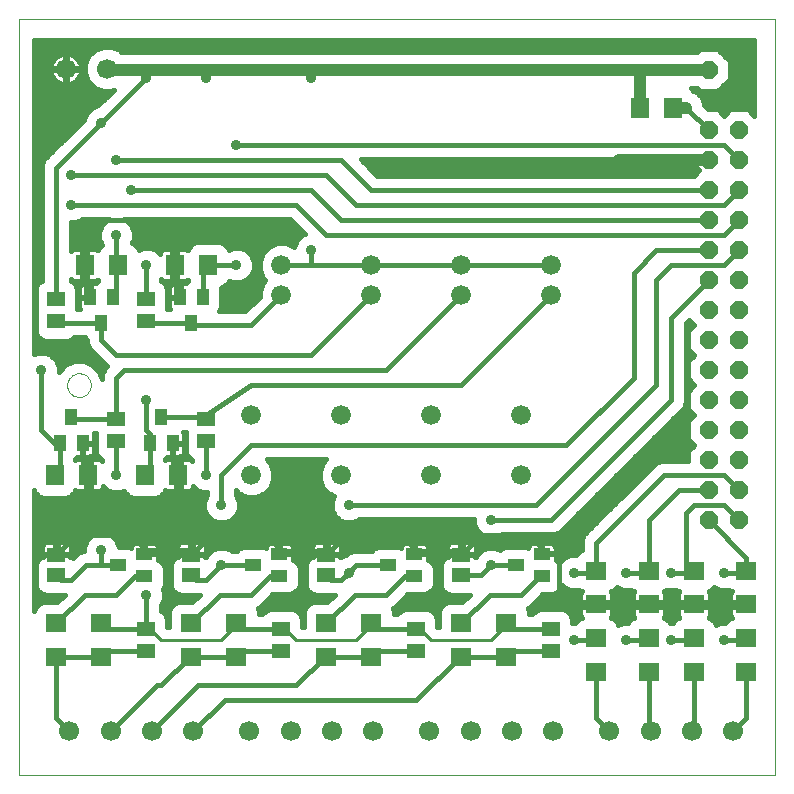
<source format=gtl>
G75*
G70*
%OFA0B0*%
%FSLAX24Y24*%
%IPPOS*%
%LPD*%
%AMOC8*
5,1,8,0,0,1.08239X$1,22.5*
%
%ADD10C,0.0000*%
%ADD11R,0.0630X0.0710*%
%ADD12R,0.0591X0.0512*%
%ADD13OC8,0.0594*%
%ADD14C,0.0669*%
%ADD15C,0.0660*%
%ADD16R,0.0394X0.0551*%
%ADD17R,0.0551X0.0394*%
%ADD18R,0.0710X0.0630*%
%ADD19C,0.0160*%
%ADD20C,0.0100*%
%ADD21C,0.0400*%
%ADD22C,0.0356*%
%ADD23OC8,0.0591*%
D10*
X000101Y000101D02*
X000101Y025298D01*
X025298Y025298D01*
X025298Y000101D01*
X000101Y000101D01*
X001707Y013101D02*
X001709Y013140D01*
X001715Y013179D01*
X001725Y013217D01*
X001738Y013254D01*
X001755Y013289D01*
X001775Y013323D01*
X001799Y013354D01*
X001826Y013383D01*
X001855Y013409D01*
X001887Y013432D01*
X001921Y013452D01*
X001957Y013468D01*
X001994Y013480D01*
X002033Y013489D01*
X002072Y013494D01*
X002111Y013495D01*
X002150Y013492D01*
X002189Y013485D01*
X002226Y013474D01*
X002263Y013460D01*
X002298Y013442D01*
X002331Y013421D01*
X002362Y013396D01*
X002390Y013369D01*
X002415Y013339D01*
X002437Y013306D01*
X002456Y013272D01*
X002471Y013236D01*
X002483Y013198D01*
X002491Y013160D01*
X002495Y013121D01*
X002495Y013081D01*
X002491Y013042D01*
X002483Y013004D01*
X002471Y012966D01*
X002456Y012930D01*
X002437Y012896D01*
X002415Y012863D01*
X002390Y012833D01*
X002362Y012806D01*
X002331Y012781D01*
X002298Y012760D01*
X002263Y012742D01*
X002226Y012728D01*
X002189Y012717D01*
X002150Y012710D01*
X002111Y012707D01*
X002072Y012708D01*
X002033Y012713D01*
X001994Y012722D01*
X001957Y012734D01*
X001921Y012750D01*
X001887Y012770D01*
X001855Y012793D01*
X001826Y012819D01*
X001799Y012848D01*
X001775Y012879D01*
X001755Y012913D01*
X001738Y012948D01*
X001725Y012985D01*
X001715Y013023D01*
X001709Y013062D01*
X001707Y013101D01*
D11*
X001291Y010101D03*
X002411Y010101D03*
X004291Y010101D03*
X005411Y010101D03*
X005291Y017101D03*
X006411Y017101D03*
X003411Y017101D03*
X002291Y017101D03*
X020791Y022351D03*
X021911Y022351D03*
D12*
X014851Y007435D03*
X014851Y006766D03*
X013351Y004975D03*
X013351Y004227D03*
X010351Y006766D03*
X010351Y007435D03*
X008851Y004975D03*
X008851Y004227D03*
X005851Y006766D03*
X005851Y007435D03*
X004351Y004975D03*
X004351Y004227D03*
X001351Y006766D03*
X001351Y007435D03*
X003351Y011227D03*
X003351Y011975D03*
X006351Y011975D03*
X006351Y011227D03*
X004351Y015227D03*
X004351Y015975D03*
X001351Y015975D03*
X001351Y015227D03*
X017851Y004975D03*
X017851Y004227D03*
D13*
X023101Y008601D03*
X023101Y009601D03*
X023101Y010601D03*
X023101Y011601D03*
X023101Y012601D03*
X023101Y013601D03*
X023101Y014601D03*
X023101Y015601D03*
X023101Y016601D03*
X023101Y017601D03*
X023101Y018601D03*
X023101Y019601D03*
X023101Y020601D03*
X023101Y021601D03*
X024101Y021601D03*
X024101Y020601D03*
X024101Y019601D03*
X024101Y018601D03*
X024101Y017601D03*
X024101Y016601D03*
X024101Y015601D03*
X024101Y014601D03*
X024101Y013601D03*
X024101Y012601D03*
X024101Y011601D03*
X024101Y010601D03*
X024101Y009601D03*
X024101Y008601D03*
D14*
X023918Y001561D03*
X022540Y001561D03*
X021162Y001561D03*
X019784Y001561D03*
X017918Y001561D03*
X016540Y001561D03*
X015162Y001561D03*
X013784Y001561D03*
X011918Y001561D03*
X010540Y001561D03*
X009162Y001561D03*
X007784Y001561D03*
X005918Y001561D03*
X004540Y001561D03*
X003162Y001561D03*
X001784Y001561D03*
X001662Y023640D03*
X003040Y023640D03*
D15*
X008851Y017101D03*
X008851Y016101D03*
X011851Y016101D03*
X011851Y017101D03*
X014851Y017101D03*
X014851Y016101D03*
X017851Y016101D03*
X017851Y017101D03*
X016851Y012101D03*
X016851Y010101D03*
X013851Y010101D03*
X013851Y012101D03*
X010851Y012101D03*
X010851Y010101D03*
X007851Y010101D03*
X007851Y012101D03*
D16*
X005225Y011168D03*
X004477Y011168D03*
X004851Y012034D03*
X002225Y011168D03*
X001477Y011168D03*
X001851Y012034D03*
X002851Y015168D03*
X003225Y016034D03*
X002477Y016034D03*
X005477Y016034D03*
X006225Y016034D03*
X005851Y015168D03*
D17*
X004284Y007475D03*
X004284Y006727D03*
X003418Y007101D03*
X007918Y007101D03*
X008784Y007475D03*
X008784Y006727D03*
X012418Y007101D03*
X013284Y007475D03*
X013284Y006727D03*
X016668Y007101D03*
X017534Y007475D03*
X017534Y006727D03*
D18*
X016351Y005161D03*
X016351Y004041D03*
X014851Y004041D03*
X014851Y005161D03*
X011851Y005161D03*
X011851Y004041D03*
X010351Y004041D03*
X010351Y005161D03*
X007351Y005161D03*
X007351Y004041D03*
X005851Y004041D03*
X005851Y005161D03*
X002851Y005161D03*
X002851Y004041D03*
X001351Y004041D03*
X001351Y005161D03*
X019351Y004661D03*
X019351Y005791D03*
X019351Y006911D03*
X021101Y006911D03*
X021101Y005791D03*
X021101Y004661D03*
X021101Y003541D03*
X022601Y003541D03*
X022601Y004661D03*
X022601Y005791D03*
X022601Y006911D03*
X024351Y006911D03*
X024351Y005791D03*
X024351Y004661D03*
X024351Y003541D03*
X019351Y003541D03*
D19*
X019351Y001994D01*
X019784Y001561D01*
X021101Y001622D02*
X021162Y001561D01*
X021101Y001622D02*
X021101Y003541D01*
X021041Y004601D02*
X020351Y004601D01*
X020397Y005179D02*
X020236Y005179D01*
X020081Y005115D01*
X020045Y005202D01*
X019932Y005315D01*
X019838Y005354D01*
X019850Y005365D01*
X019873Y005406D01*
X019886Y005452D01*
X019886Y005713D01*
X019429Y005713D01*
X019429Y005868D01*
X019886Y005868D01*
X019886Y006130D01*
X019873Y006175D01*
X019850Y006216D01*
X019845Y006221D01*
X019932Y006257D01*
X020033Y006357D01*
X020236Y006273D01*
X020466Y006273D01*
X020492Y006284D01*
X020519Y006257D01*
X020606Y006221D01*
X020602Y006216D01*
X020578Y006175D01*
X020566Y006130D01*
X020566Y005868D01*
X021023Y005868D01*
X021023Y005713D01*
X020566Y005713D01*
X020566Y005452D01*
X020578Y005406D01*
X020602Y005365D01*
X020614Y005354D01*
X020519Y005315D01*
X020407Y005202D01*
X020397Y005179D01*
X020224Y005174D02*
X020056Y005174D01*
X019889Y005333D02*
X020563Y005333D01*
X020566Y005491D02*
X019886Y005491D01*
X019886Y005650D02*
X020566Y005650D01*
X020566Y005967D02*
X019886Y005967D01*
X019886Y006125D02*
X020566Y006125D01*
X020208Y006284D02*
X019960Y006284D01*
X020351Y006851D02*
X021101Y006851D01*
X021101Y006911D01*
X021101Y008601D01*
X022101Y009601D01*
X023101Y009601D01*
X023601Y010101D02*
X021601Y010101D01*
X019351Y007851D01*
X019351Y006911D01*
X019351Y006851D01*
X018601Y006851D01*
X018202Y006432D02*
X018273Y006361D01*
X018486Y006273D01*
X018716Y006273D01*
X018742Y006284D01*
X018769Y006257D01*
X018856Y006221D01*
X018852Y006216D01*
X018828Y006175D01*
X018816Y006130D01*
X018816Y005868D01*
X019273Y005868D01*
X019273Y005713D01*
X018816Y005713D01*
X018816Y005452D01*
X018828Y005406D01*
X018852Y005365D01*
X018864Y005354D01*
X018769Y005315D01*
X018657Y005202D01*
X018647Y005179D01*
X018546Y005179D01*
X018546Y005310D01*
X018485Y005457D01*
X018373Y005570D01*
X018226Y005631D01*
X017476Y005631D01*
X017329Y005570D01*
X017216Y005457D01*
X017215Y005455D01*
X017106Y005455D01*
X017106Y005555D01*
X017059Y005668D01*
X017123Y005694D01*
X017258Y005829D01*
X017559Y006130D01*
X017889Y006130D01*
X018036Y006191D01*
X018149Y006303D01*
X018202Y006432D01*
X018129Y006284D02*
X018458Y006284D01*
X018816Y006125D02*
X017554Y006125D01*
X017396Y005967D02*
X018816Y005967D01*
X019101Y005851D02*
X019161Y005791D01*
X019351Y005791D01*
X021101Y005791D01*
X022601Y005791D01*
X024351Y005791D01*
X024273Y005808D02*
X022679Y005808D01*
X022679Y005868D02*
X022679Y005713D01*
X023136Y005713D01*
X023136Y005452D01*
X023123Y005406D01*
X023100Y005365D01*
X023088Y005354D01*
X023182Y005315D01*
X023295Y005202D01*
X023331Y005115D01*
X023486Y005179D01*
X023647Y005179D01*
X023657Y005202D01*
X023769Y005315D01*
X023864Y005354D01*
X023852Y005365D01*
X023828Y005406D01*
X023816Y005452D01*
X023816Y005713D01*
X024273Y005713D01*
X024273Y005868D01*
X023816Y005868D01*
X023816Y006130D01*
X023828Y006175D01*
X023852Y006216D01*
X023856Y006221D01*
X023769Y006257D01*
X023742Y006284D01*
X023716Y006273D01*
X023486Y006273D01*
X023283Y006357D01*
X023182Y006257D01*
X023095Y006221D01*
X023100Y006216D01*
X023123Y006175D01*
X023136Y006130D01*
X023136Y005868D01*
X022679Y005868D01*
X022523Y005868D02*
X022523Y005713D01*
X022066Y005713D01*
X022066Y005452D01*
X022078Y005406D01*
X022102Y005365D01*
X022114Y005354D01*
X022019Y005315D01*
X021907Y005202D01*
X021897Y005179D01*
X021804Y005179D01*
X021795Y005202D01*
X021682Y005315D01*
X021588Y005354D01*
X021600Y005365D01*
X021623Y005406D01*
X021636Y005452D01*
X021636Y005713D01*
X021179Y005713D01*
X021179Y005868D01*
X021636Y005868D01*
X021636Y006130D01*
X021623Y006175D01*
X021600Y006216D01*
X021595Y006221D01*
X021682Y006257D01*
X021709Y006284D01*
X021736Y006273D01*
X021966Y006273D01*
X021992Y006284D01*
X022019Y006257D01*
X022106Y006221D01*
X022102Y006216D01*
X022078Y006175D01*
X022066Y006130D01*
X022066Y005868D01*
X022523Y005868D01*
X022523Y005808D02*
X021179Y005808D01*
X021023Y005808D02*
X019429Y005808D01*
X019273Y005808D02*
X017237Y005808D01*
X017066Y005650D02*
X018816Y005650D01*
X018816Y005491D02*
X018451Y005491D01*
X018537Y005333D02*
X018813Y005333D01*
X018601Y004601D02*
X019291Y004601D01*
X019351Y004661D01*
X019101Y005851D02*
X018351Y005851D01*
X018101Y006101D01*
X018101Y007351D01*
X017977Y007475D01*
X017975Y007475D01*
X019851Y009351D01*
X019851Y009601D01*
X019701Y009772D02*
X020593Y009772D01*
X020435Y009613D02*
X019542Y009613D01*
X019384Y009455D02*
X020276Y009455D01*
X020117Y009296D02*
X019225Y009296D01*
X019067Y009138D02*
X019959Y009138D01*
X019800Y008979D02*
X018908Y008979D01*
X018749Y008821D02*
X019642Y008821D01*
X019483Y008662D02*
X018591Y008662D01*
X018432Y008504D02*
X019325Y008504D01*
X019166Y008345D02*
X018274Y008345D01*
X018258Y008329D02*
X022123Y012194D01*
X022258Y012329D01*
X022331Y012505D01*
X022331Y015152D01*
X022447Y015269D01*
X022615Y015101D01*
X022404Y014889D01*
X022404Y014312D01*
X022615Y014101D01*
X022404Y013889D01*
X022404Y013312D01*
X022615Y013101D01*
X022404Y012889D01*
X022404Y012312D01*
X022615Y012101D01*
X022404Y011889D01*
X022404Y011312D01*
X022615Y011101D01*
X022404Y010889D01*
X022404Y010581D01*
X021696Y010581D01*
X021505Y010581D01*
X021329Y010508D01*
X019079Y008258D01*
X018944Y008123D01*
X018871Y007946D01*
X018871Y007607D01*
X018769Y007565D01*
X018657Y007452D01*
X018647Y007429D01*
X018486Y007429D01*
X018273Y007341D01*
X018116Y007183D01*
X018036Y007263D01*
X017989Y007282D01*
X017989Y007456D01*
X017553Y007456D01*
X017553Y007493D01*
X017989Y007493D01*
X017989Y007695D01*
X017977Y007741D01*
X017953Y007782D01*
X017920Y007816D01*
X017879Y007839D01*
X017833Y007852D01*
X017552Y007852D01*
X017552Y007493D01*
X017515Y007493D01*
X017515Y007852D01*
X017235Y007852D01*
X017189Y007839D01*
X017148Y007816D01*
X017114Y007782D01*
X017091Y007741D01*
X017078Y007695D01*
X017078Y007675D01*
X017023Y007698D01*
X016313Y007698D01*
X016166Y007637D01*
X016137Y007608D01*
X015966Y007679D01*
X015736Y007679D01*
X015523Y007591D01*
X015361Y007428D01*
X015339Y007375D01*
X015326Y007380D01*
X015326Y007387D01*
X015309Y007387D01*
X015226Y007422D01*
X014899Y007422D01*
X014899Y007483D01*
X015326Y007483D01*
X015326Y007715D01*
X015314Y007761D01*
X015290Y007802D01*
X015257Y007835D01*
X015216Y007859D01*
X015170Y007871D01*
X014899Y007871D01*
X014899Y007484D01*
X014803Y007484D01*
X014803Y007871D01*
X014532Y007871D01*
X014486Y007859D01*
X014445Y007835D01*
X014411Y007802D01*
X014388Y007761D01*
X014376Y007715D01*
X014376Y007483D01*
X014803Y007483D01*
X014803Y007422D01*
X014476Y007422D01*
X014392Y007387D01*
X014376Y007387D01*
X014376Y007380D01*
X014329Y007361D01*
X014216Y007249D01*
X014156Y007102D01*
X014156Y006431D01*
X014216Y006284D01*
X013879Y006284D01*
X013899Y006303D02*
X013959Y006450D01*
X013959Y007003D01*
X013899Y007150D01*
X013786Y007263D01*
X013739Y007282D01*
X013739Y007456D01*
X013303Y007456D01*
X013303Y007493D01*
X013739Y007493D01*
X013739Y007695D01*
X013727Y007741D01*
X013703Y007782D01*
X013670Y007816D01*
X013629Y007839D01*
X013583Y007852D01*
X013302Y007852D01*
X013302Y007493D01*
X013265Y007493D01*
X013265Y007852D01*
X012985Y007852D01*
X012939Y007839D01*
X012898Y007816D01*
X012864Y007782D01*
X012841Y007741D01*
X012828Y007695D01*
X012828Y007675D01*
X012773Y007698D01*
X012063Y007698D01*
X011916Y007637D01*
X011860Y007581D01*
X011255Y007581D01*
X011079Y007508D01*
X011000Y007429D01*
X010986Y007429D01*
X010847Y007372D01*
X010826Y007380D01*
X010826Y007387D01*
X010809Y007387D01*
X010726Y007422D01*
X010399Y007422D01*
X010399Y007483D01*
X010826Y007483D01*
X010826Y007715D01*
X010814Y007761D01*
X010790Y007802D01*
X010757Y007835D01*
X010716Y007859D01*
X010670Y007871D01*
X010399Y007871D01*
X010399Y007484D01*
X010303Y007484D01*
X010303Y007871D01*
X010032Y007871D01*
X009986Y007859D01*
X009945Y007835D01*
X009911Y007802D01*
X009888Y007761D01*
X009876Y007715D01*
X009876Y007483D01*
X010303Y007483D01*
X010303Y007422D01*
X009976Y007422D01*
X009892Y007387D01*
X009876Y007387D01*
X009876Y007380D01*
X009829Y007361D01*
X009716Y007249D01*
X009656Y007102D01*
X009656Y006431D01*
X009716Y006284D01*
X009379Y006284D01*
X009399Y006303D02*
X009459Y006450D01*
X009459Y007003D01*
X009399Y007150D01*
X009286Y007263D01*
X009239Y007282D01*
X009239Y007456D01*
X008803Y007456D01*
X008803Y007493D01*
X009239Y007493D01*
X009239Y007695D01*
X009227Y007741D01*
X009203Y007782D01*
X009170Y007816D01*
X009129Y007839D01*
X009083Y007852D01*
X008802Y007852D01*
X008802Y007493D01*
X008765Y007493D01*
X008765Y007852D01*
X008485Y007852D01*
X008439Y007839D01*
X008398Y007816D01*
X008364Y007782D01*
X008341Y007741D01*
X008328Y007695D01*
X008328Y007675D01*
X008273Y007698D01*
X007563Y007698D01*
X007416Y007637D01*
X007360Y007581D01*
X007188Y007581D01*
X007178Y007591D01*
X006966Y007679D01*
X006736Y007679D01*
X006523Y007591D01*
X006361Y007428D01*
X006339Y007375D01*
X006326Y007380D01*
X006326Y007387D01*
X006309Y007387D01*
X006226Y007422D01*
X005899Y007422D01*
X005899Y007483D01*
X006326Y007483D01*
X006326Y007715D01*
X006314Y007761D01*
X006290Y007802D01*
X006257Y007835D01*
X006216Y007859D01*
X006170Y007871D01*
X005899Y007871D01*
X005899Y007484D01*
X005803Y007484D01*
X005803Y007871D01*
X005532Y007871D01*
X005486Y007859D01*
X005445Y007835D01*
X005411Y007802D01*
X005388Y007761D01*
X005376Y007715D01*
X005376Y007483D01*
X005803Y007483D01*
X005803Y007422D01*
X005476Y007422D01*
X005392Y007387D01*
X005376Y007387D01*
X005376Y007380D01*
X005329Y007361D01*
X005216Y007249D01*
X005156Y007102D01*
X005156Y006431D01*
X005216Y006284D01*
X004901Y006284D01*
X004894Y006299D02*
X004899Y006303D01*
X004959Y006450D01*
X004959Y007003D01*
X004899Y007150D01*
X004786Y007263D01*
X004739Y007282D01*
X004739Y007456D01*
X004303Y007456D01*
X004303Y007493D01*
X004739Y007493D01*
X004739Y007695D01*
X004727Y007741D01*
X004703Y007782D01*
X004670Y007816D01*
X004629Y007839D01*
X004583Y007852D01*
X004302Y007852D01*
X004302Y007493D01*
X004265Y007493D01*
X004265Y007852D01*
X003985Y007852D01*
X003939Y007839D01*
X003898Y007816D01*
X003864Y007782D01*
X003841Y007741D01*
X003828Y007695D01*
X003828Y007675D01*
X003773Y007698D01*
X003429Y007698D01*
X003429Y007716D01*
X003341Y007928D01*
X003178Y008091D01*
X002966Y008179D01*
X002736Y008179D01*
X002523Y008091D01*
X002361Y007928D01*
X002273Y007716D01*
X002273Y007581D01*
X002255Y007581D01*
X002079Y007508D01*
X001902Y007331D01*
X001873Y007361D01*
X001826Y007380D01*
X001826Y007387D01*
X001809Y007387D01*
X001726Y007422D01*
X001399Y007422D01*
X001399Y007483D01*
X001826Y007483D01*
X001826Y007715D01*
X001814Y007761D01*
X001790Y007802D01*
X001757Y007835D01*
X001716Y007859D01*
X001670Y007871D01*
X001399Y007871D01*
X001399Y007484D01*
X001303Y007484D01*
X001303Y007871D01*
X001032Y007871D01*
X000986Y007859D01*
X000945Y007835D01*
X000911Y007802D01*
X000888Y007761D01*
X000876Y007715D01*
X000876Y007483D01*
X001303Y007483D01*
X001303Y007422D01*
X000976Y007422D01*
X000892Y007387D01*
X000876Y007387D01*
X000876Y007380D01*
X000829Y007361D01*
X000716Y007249D01*
X000656Y007102D01*
X000656Y006431D01*
X000716Y006284D01*
X000601Y006284D01*
X000716Y006284D02*
X000829Y006171D01*
X000976Y006110D01*
X001622Y006110D01*
X001387Y005876D01*
X000916Y005876D01*
X000769Y005815D01*
X000657Y005702D01*
X000601Y005567D01*
X000601Y009606D01*
X000637Y009519D01*
X000749Y009407D01*
X000896Y009346D01*
X001685Y009346D01*
X001832Y009407D01*
X001945Y009519D01*
X001981Y009606D01*
X001985Y009602D01*
X002026Y009578D01*
X002072Y009566D01*
X002333Y009566D01*
X002333Y010023D01*
X002488Y010023D01*
X002488Y009566D01*
X002749Y009566D01*
X002795Y009578D01*
X002836Y009602D01*
X002870Y009635D01*
X002893Y009676D01*
X002906Y009722D01*
X002906Y009728D01*
X003023Y009611D01*
X003236Y009523D01*
X003466Y009523D01*
X003611Y009583D01*
X003637Y009519D01*
X003749Y009407D01*
X003896Y009346D01*
X004685Y009346D01*
X004832Y009407D01*
X004945Y009519D01*
X004981Y009606D01*
X004985Y009602D01*
X005026Y009578D01*
X005072Y009566D01*
X005333Y009566D01*
X005333Y010023D01*
X005488Y010023D01*
X005488Y009566D01*
X005749Y009566D01*
X005795Y009578D01*
X005836Y009602D01*
X005870Y009635D01*
X005893Y009676D01*
X005906Y009722D01*
X005906Y009728D01*
X006023Y009611D01*
X006236Y009523D01*
X006371Y009523D01*
X006371Y009438D01*
X006361Y009428D01*
X006273Y009216D01*
X006273Y008986D01*
X006361Y008773D01*
X006523Y008611D01*
X006736Y008523D01*
X006966Y008523D01*
X007178Y008611D01*
X007341Y008773D01*
X007429Y008986D01*
X007429Y009216D01*
X007341Y009428D01*
X007331Y009438D01*
X007331Y009588D01*
X007437Y009482D01*
X007706Y009371D01*
X007996Y009371D01*
X008264Y009482D01*
X008470Y009687D01*
X008581Y009956D01*
X008581Y010246D01*
X008470Y010514D01*
X008363Y010621D01*
X010338Y010621D01*
X010232Y010514D01*
X010121Y010246D01*
X010121Y009956D01*
X010232Y009687D01*
X010437Y009482D01*
X010604Y009413D01*
X010523Y009216D01*
X010523Y008986D01*
X010611Y008773D01*
X010773Y008611D01*
X010986Y008523D01*
X011216Y008523D01*
X011428Y008611D01*
X011438Y008621D01*
X015273Y008621D01*
X015273Y008486D01*
X015361Y008273D01*
X015523Y008111D01*
X015736Y008023D01*
X015966Y008023D01*
X016178Y008111D01*
X016188Y008121D01*
X017946Y008121D01*
X018123Y008194D01*
X018258Y008329D01*
X018105Y008186D02*
X019008Y008186D01*
X018905Y008028D02*
X015979Y008028D01*
X015723Y008028D02*
X003241Y008028D01*
X003365Y007869D02*
X005525Y007869D01*
X005376Y007711D02*
X004735Y007711D01*
X004739Y007552D02*
X005376Y007552D01*
X005351Y007601D02*
X005351Y009101D01*
X005351Y010101D01*
X005411Y010101D01*
X005225Y010287D01*
X005225Y011168D01*
X005243Y011186D02*
X005243Y011149D01*
X005243Y010712D01*
X005445Y010712D01*
X005491Y010724D01*
X005532Y010748D01*
X005566Y010782D01*
X005589Y010823D01*
X005602Y010868D01*
X005602Y011149D01*
X005243Y011149D01*
X005206Y011149D01*
X005206Y010712D01*
X005032Y010712D01*
X005013Y010666D01*
X004970Y010623D01*
X004981Y010595D01*
X004985Y010600D01*
X005026Y010623D01*
X005072Y010636D01*
X005333Y010636D01*
X005333Y010179D01*
X005488Y010179D01*
X005488Y010636D01*
X005749Y010636D01*
X005795Y010623D01*
X005836Y010600D01*
X005870Y010566D01*
X005871Y010564D01*
X005871Y010614D01*
X005829Y010632D01*
X005716Y010744D01*
X005656Y010891D01*
X005656Y011554D01*
X005566Y011554D01*
X005566Y011554D01*
X005589Y011513D01*
X005602Y011467D01*
X005602Y011186D01*
X005243Y011186D01*
X005243Y011040D02*
X005206Y011040D01*
X005206Y010882D02*
X005243Y010882D01*
X005243Y010723D02*
X005206Y010723D01*
X005333Y010565D02*
X005488Y010565D01*
X005487Y010723D02*
X005737Y010723D01*
X005659Y010882D02*
X005602Y010882D01*
X005602Y011040D02*
X005656Y011040D01*
X005656Y011199D02*
X005602Y011199D01*
X005602Y011357D02*
X005656Y011357D01*
X005656Y011516D02*
X005588Y011516D01*
X006351Y011227D02*
X006351Y010101D01*
X006851Y010101D02*
X006851Y009101D01*
X006472Y008662D02*
X000601Y008662D01*
X000601Y008504D02*
X015273Y008504D01*
X015331Y008345D02*
X000601Y008345D01*
X000601Y008186D02*
X015447Y008186D01*
X015516Y008101D02*
X014851Y007435D01*
X014803Y007552D02*
X014899Y007552D01*
X014899Y007711D02*
X014803Y007711D01*
X014803Y007869D02*
X014899Y007869D01*
X015177Y007869D02*
X018871Y007869D01*
X018871Y007711D02*
X017985Y007711D01*
X017989Y007552D02*
X018757Y007552D01*
X018401Y007394D02*
X017989Y007394D01*
X017975Y007475D02*
X017534Y007475D01*
X017534Y007668D01*
X017101Y008101D01*
X015516Y008101D01*
X015326Y007711D02*
X017082Y007711D01*
X017515Y007711D02*
X017552Y007711D01*
X017552Y007552D02*
X017515Y007552D01*
X018063Y007235D02*
X018168Y007235D01*
X017534Y006727D02*
X017477Y006727D01*
X016851Y006101D01*
X015791Y006101D01*
X014851Y005161D01*
X014096Y005174D02*
X014046Y005174D01*
X014046Y005051D02*
X014046Y005310D01*
X013985Y005457D01*
X013873Y005570D01*
X013726Y005631D01*
X012976Y005631D01*
X012829Y005570D01*
X012716Y005457D01*
X012715Y005455D01*
X012606Y005455D01*
X012606Y005555D01*
X012559Y005668D01*
X012623Y005694D01*
X012758Y005829D01*
X013059Y006130D01*
X013639Y006130D01*
X013786Y006191D01*
X013899Y006303D01*
X013956Y006443D02*
X014156Y006443D01*
X014156Y006601D02*
X013959Y006601D01*
X013959Y006760D02*
X014156Y006760D01*
X014156Y006918D02*
X013959Y006918D01*
X013929Y007077D02*
X014156Y007077D01*
X014211Y007235D02*
X013813Y007235D01*
X013739Y007394D02*
X014408Y007394D01*
X014376Y007552D02*
X013739Y007552D01*
X013735Y007711D02*
X014376Y007711D01*
X014525Y007869D02*
X010677Y007869D01*
X010826Y007711D02*
X012832Y007711D01*
X012851Y008101D02*
X011016Y008101D01*
X010351Y007435D01*
X010303Y007552D02*
X010399Y007552D01*
X010399Y007711D02*
X010303Y007711D01*
X010303Y007869D02*
X010399Y007869D01*
X010025Y007869D02*
X006177Y007869D01*
X006326Y007711D02*
X008332Y007711D01*
X008351Y008101D02*
X006516Y008101D01*
X005851Y007435D01*
X005803Y007552D02*
X005899Y007552D01*
X005851Y007601D02*
X005351Y007601D01*
X004351Y007601D01*
X004302Y007552D02*
X004265Y007552D01*
X004284Y007475D02*
X004284Y007668D01*
X003851Y008101D01*
X002351Y008101D01*
X002351Y010101D01*
X002411Y010101D02*
X002225Y010287D01*
X002225Y011168D01*
X002243Y011186D02*
X002243Y011149D01*
X002243Y010712D01*
X002445Y010712D01*
X002491Y010724D01*
X002532Y010748D01*
X002566Y010782D01*
X002589Y010823D01*
X002602Y010868D01*
X002602Y011149D01*
X002243Y011149D01*
X002206Y011149D01*
X002206Y010712D01*
X002032Y010712D01*
X002013Y010666D01*
X001970Y010623D01*
X001981Y010595D01*
X001985Y010600D01*
X002026Y010623D01*
X002072Y010636D01*
X002333Y010636D01*
X002333Y010179D01*
X002488Y010179D01*
X002488Y010636D01*
X002749Y010636D01*
X002795Y010623D01*
X002836Y010600D01*
X002870Y010566D01*
X002871Y010564D01*
X002871Y010614D01*
X002829Y010632D01*
X002716Y010744D01*
X002656Y010891D01*
X002656Y011495D01*
X002594Y011495D01*
X002602Y011467D01*
X002602Y011186D01*
X002243Y011186D01*
X002243Y011040D02*
X002206Y011040D01*
X002206Y010882D02*
X002243Y010882D01*
X002243Y010723D02*
X002206Y010723D01*
X002333Y010565D02*
X002488Y010565D01*
X002487Y010723D02*
X002737Y010723D01*
X002659Y010882D02*
X002602Y010882D01*
X002602Y011040D02*
X002656Y011040D01*
X002656Y011199D02*
X002602Y011199D01*
X002602Y011357D02*
X002656Y011357D01*
X003351Y011227D02*
X003351Y010101D01*
X003021Y009613D02*
X002848Y009613D01*
X002488Y009613D02*
X002333Y009613D01*
X002333Y009772D02*
X002488Y009772D01*
X002488Y009930D02*
X002333Y009930D01*
X002333Y010248D02*
X002488Y010248D01*
X002488Y010406D02*
X002333Y010406D01*
X002871Y010565D02*
X002871Y010565D01*
X003701Y009455D02*
X001881Y009455D01*
X001291Y010101D02*
X001477Y010287D01*
X001477Y011168D01*
X001410Y011101D01*
X001351Y011101D01*
X000851Y011601D01*
X000851Y013601D01*
X001429Y013577D02*
X001455Y013577D01*
X001429Y013551D02*
X001429Y013716D01*
X001341Y013928D01*
X001178Y014091D01*
X000966Y014179D01*
X000736Y014179D01*
X000601Y014123D01*
X000601Y024601D01*
X024601Y024601D01*
X024601Y022086D01*
X024389Y022298D01*
X023812Y022298D01*
X023601Y022086D01*
X023389Y022298D01*
X023083Y022298D01*
X022951Y022430D01*
X022951Y022470D01*
X022859Y022691D01*
X022691Y022859D01*
X022575Y022907D01*
X022565Y022932D01*
X022496Y023001D01*
X022718Y023001D01*
X022813Y022906D01*
X023389Y022906D01*
X023796Y023313D01*
X023796Y023889D01*
X023389Y024296D01*
X022813Y024296D01*
X022718Y024201D01*
X020481Y024201D01*
X009731Y024201D01*
X006231Y024201D01*
X004470Y024201D01*
X003518Y024201D01*
X003456Y024263D01*
X003186Y024375D01*
X002894Y024375D01*
X002624Y024263D01*
X002417Y024056D01*
X002305Y023786D01*
X002305Y023494D01*
X002417Y023224D01*
X002624Y023017D01*
X002894Y022906D01*
X003186Y022906D01*
X003256Y022934D01*
X002750Y022429D01*
X002736Y022429D01*
X002523Y022341D01*
X002361Y022178D01*
X002273Y021966D01*
X002273Y021951D01*
X000944Y020623D01*
X000871Y020446D01*
X000871Y020255D01*
X000871Y016587D01*
X000829Y016570D01*
X000716Y016457D01*
X000656Y016310D01*
X000656Y015639D01*
X000671Y015601D01*
X000656Y015562D01*
X000656Y014891D01*
X000716Y014744D01*
X000829Y014632D01*
X000976Y014571D01*
X001726Y014571D01*
X001873Y014632D01*
X001929Y014688D01*
X002306Y014688D01*
X002315Y014666D01*
X002371Y014610D01*
X002371Y014505D01*
X002444Y014329D01*
X002944Y013829D01*
X003047Y013726D01*
X002944Y013623D01*
X002871Y013446D01*
X002871Y013316D01*
X002774Y013550D01*
X002550Y013774D01*
X002259Y013894D01*
X001943Y013894D01*
X001651Y013774D01*
X001429Y013551D01*
X001421Y013736D02*
X001613Y013736D01*
X001355Y013894D02*
X001942Y013894D01*
X002260Y013894D02*
X002879Y013894D01*
X003037Y013736D02*
X002588Y013736D01*
X002747Y013577D02*
X002925Y013577D01*
X002871Y013418D02*
X002828Y013418D01*
X003351Y013351D02*
X003351Y011975D01*
X001910Y011975D01*
X001851Y012034D01*
X003351Y013351D02*
X003601Y013601D01*
X012351Y013601D01*
X014851Y016101D01*
X014851Y017101D02*
X017851Y017101D01*
X017851Y016101D02*
X014851Y013101D01*
X007851Y013101D01*
X006351Y012101D01*
X006351Y011975D01*
X006292Y012034D01*
X004851Y012034D01*
X004351Y011601D02*
X004351Y012601D01*
X004351Y011601D02*
X004477Y011475D01*
X004477Y011168D01*
X004477Y010287D01*
X004291Y010101D01*
X004881Y009455D02*
X006371Y009455D01*
X006306Y009296D02*
X000601Y009296D01*
X000601Y009138D02*
X006273Y009138D01*
X006275Y008979D02*
X000601Y008979D01*
X000601Y008821D02*
X006341Y008821D01*
X006021Y009613D02*
X005848Y009613D01*
X005488Y009613D02*
X005333Y009613D01*
X005333Y009772D02*
X005488Y009772D01*
X005488Y009930D02*
X005333Y009930D01*
X005333Y010248D02*
X005488Y010248D01*
X005488Y010406D02*
X005333Y010406D01*
X005871Y010565D02*
X005871Y010565D01*
X006851Y010101D02*
X007851Y011101D01*
X018351Y011101D01*
X020601Y013351D01*
X020601Y016851D01*
X021351Y017601D01*
X023101Y017601D01*
X023601Y018101D02*
X010351Y018101D01*
X009351Y019101D01*
X001851Y019101D01*
X002188Y018621D02*
X003096Y018621D01*
X003023Y018591D01*
X002861Y018428D01*
X002773Y018216D01*
X002773Y017986D01*
X002857Y017783D01*
X002757Y017682D01*
X002721Y017595D01*
X002716Y017600D01*
X002675Y017623D01*
X002630Y017636D01*
X002368Y017636D01*
X002368Y017179D01*
X002213Y017179D01*
X002213Y017636D01*
X001952Y017636D01*
X001906Y017623D01*
X001865Y017600D01*
X001832Y017566D01*
X001831Y017564D01*
X001831Y018523D01*
X001966Y018523D01*
X002178Y018611D01*
X002188Y018621D01*
X001831Y018492D02*
X002924Y018492D01*
X002851Y018601D02*
X004851Y018601D01*
X005351Y018101D01*
X005351Y017101D01*
X005291Y017101D01*
X005351Y017101D02*
X005351Y016160D01*
X005477Y016034D01*
X005495Y016053D02*
X005458Y016053D01*
X005458Y016489D01*
X005256Y016489D01*
X005210Y016477D01*
X005169Y016453D01*
X005136Y016420D01*
X005112Y016379D01*
X005100Y016333D01*
X005100Y016052D01*
X005458Y016052D01*
X005458Y016015D01*
X005100Y016015D01*
X005100Y015735D01*
X005112Y015689D01*
X005136Y015648D01*
X005136Y015648D01*
X005046Y015648D01*
X005046Y016310D01*
X004985Y016457D01*
X004873Y016570D01*
X004831Y016587D01*
X004831Y016637D01*
X004832Y016635D01*
X004865Y016602D01*
X004906Y016578D01*
X004952Y016566D01*
X005213Y016566D01*
X005213Y017023D01*
X005368Y017023D01*
X005368Y016566D01*
X005630Y016566D01*
X005675Y016578D01*
X005716Y016602D01*
X005721Y016606D01*
X005732Y016579D01*
X005689Y016536D01*
X005670Y016489D01*
X005495Y016489D01*
X005495Y016053D01*
X005495Y016114D02*
X005458Y016114D01*
X005458Y016272D02*
X005495Y016272D01*
X005495Y016431D02*
X005458Y016431D01*
X005368Y016589D02*
X005213Y016589D01*
X005213Y016748D02*
X005368Y016748D01*
X005368Y016906D02*
X005213Y016906D01*
X005213Y017179D02*
X005213Y017636D01*
X004952Y017636D01*
X004906Y017623D01*
X004865Y017600D01*
X004832Y017566D01*
X004808Y017525D01*
X004796Y017479D01*
X004796Y017473D01*
X004678Y017591D01*
X004466Y017679D01*
X004236Y017679D01*
X004091Y017619D01*
X004065Y017682D01*
X003952Y017795D01*
X003865Y017831D01*
X003929Y017986D01*
X003929Y018216D01*
X003841Y018428D01*
X003678Y018591D01*
X003606Y018621D01*
X009152Y018621D01*
X009635Y018137D01*
X009523Y018091D01*
X009361Y017928D01*
X009273Y017716D01*
X009273Y017711D01*
X009264Y017720D01*
X008996Y017831D01*
X008706Y017831D01*
X008437Y017720D01*
X008232Y017514D01*
X008121Y017246D01*
X008121Y016956D01*
X008232Y016687D01*
X008318Y016601D01*
X008232Y016514D01*
X008121Y016246D01*
X008121Y016050D01*
X007652Y015581D01*
X006781Y015581D01*
X006822Y015679D01*
X006822Y016353D01*
X006952Y016407D01*
X007065Y016519D01*
X007091Y016583D01*
X007236Y016523D01*
X007466Y016523D01*
X007678Y016611D01*
X007841Y016773D01*
X007929Y016986D01*
X007929Y017216D01*
X007841Y017428D01*
X007678Y017591D01*
X007466Y017679D01*
X007236Y017679D01*
X007091Y017619D01*
X007065Y017682D01*
X006952Y017795D01*
X006805Y017856D01*
X006016Y017856D01*
X005869Y017795D01*
X005757Y017682D01*
X005721Y017595D01*
X005716Y017600D01*
X005675Y017623D01*
X005630Y017636D01*
X005368Y017636D01*
X005368Y017179D01*
X005213Y017179D01*
X005213Y017223D02*
X005368Y017223D01*
X005368Y017382D02*
X005213Y017382D01*
X005213Y017541D02*
X005368Y017541D01*
X005773Y017699D02*
X004048Y017699D01*
X003876Y017858D02*
X009331Y017858D01*
X009449Y018016D02*
X003929Y018016D01*
X003929Y018175D02*
X009598Y018175D01*
X009439Y018333D02*
X003880Y018333D01*
X003777Y018492D02*
X009281Y018492D01*
X009851Y017601D02*
X009851Y017101D01*
X008851Y017101D01*
X008207Y016748D02*
X007815Y016748D01*
X007896Y016906D02*
X008141Y016906D01*
X008121Y017065D02*
X007929Y017065D01*
X007926Y017223D02*
X008121Y017223D01*
X008177Y017382D02*
X007860Y017382D01*
X007729Y017541D02*
X008258Y017541D01*
X008417Y017699D02*
X007048Y017699D01*
X007351Y017101D02*
X006411Y017101D01*
X006225Y016915D01*
X006225Y016034D01*
X006822Y015955D02*
X008026Y015955D01*
X008121Y016114D02*
X006822Y016114D01*
X006822Y016272D02*
X008132Y016272D01*
X008197Y016431D02*
X006976Y016431D01*
X006822Y015797D02*
X007868Y015797D01*
X007709Y015638D02*
X006805Y015638D01*
X005851Y015168D02*
X005851Y015101D01*
X007851Y015101D01*
X008851Y016101D01*
X008307Y016589D02*
X007627Y016589D01*
X005728Y016589D02*
X005695Y016589D01*
X005147Y016431D02*
X004996Y016431D01*
X005046Y016272D02*
X005100Y016272D01*
X005100Y016114D02*
X005046Y016114D01*
X005046Y015955D02*
X005100Y015955D01*
X005100Y015797D02*
X005046Y015797D01*
X004351Y015975D02*
X004351Y017101D01*
X004729Y017541D02*
X004817Y017541D01*
X004831Y016589D02*
X004887Y016589D01*
X004351Y015227D02*
X004351Y015168D01*
X005851Y015168D01*
X003351Y016101D02*
X003225Y016101D01*
X003225Y016034D01*
X003351Y016101D02*
X003351Y017101D01*
X003411Y017101D01*
X003351Y017161D01*
X003351Y018101D01*
X002821Y018333D02*
X001831Y018333D01*
X001831Y018175D02*
X002773Y018175D01*
X002773Y018016D02*
X001831Y018016D01*
X001831Y017858D02*
X002826Y017858D01*
X002773Y017699D02*
X001831Y017699D01*
X002213Y017541D02*
X002368Y017541D01*
X002368Y017382D02*
X002213Y017382D01*
X002213Y017223D02*
X002368Y017223D01*
X002351Y017101D02*
X002351Y018101D01*
X002851Y018601D01*
X003851Y019601D02*
X009851Y019601D01*
X010851Y018601D01*
X023101Y018601D01*
X023601Y019101D02*
X011351Y019101D01*
X010351Y020101D01*
X001851Y020101D01*
X001351Y020351D02*
X002851Y021851D01*
X004351Y023351D01*
X004351Y023601D01*
X003252Y022931D02*
X003247Y022931D01*
X003094Y022772D02*
X000601Y022772D01*
X000601Y022614D02*
X002935Y022614D01*
X002777Y022455D02*
X000601Y022455D01*
X000601Y022297D02*
X002479Y022297D01*
X002344Y022138D02*
X000601Y022138D01*
X000601Y021980D02*
X002279Y021980D01*
X002142Y021821D02*
X000601Y021821D01*
X000601Y021663D02*
X001984Y021663D01*
X001825Y021504D02*
X000601Y021504D01*
X000601Y021346D02*
X001667Y021346D01*
X001508Y021187D02*
X000601Y021187D01*
X000601Y021029D02*
X001350Y021029D01*
X001191Y020870D02*
X000601Y020870D01*
X000601Y020711D02*
X001033Y020711D01*
X000915Y020553D02*
X000601Y020553D01*
X000601Y020394D02*
X000871Y020394D01*
X000871Y020236D02*
X000601Y020236D01*
X000601Y020077D02*
X000871Y020077D01*
X000871Y019919D02*
X000601Y019919D01*
X000601Y019760D02*
X000871Y019760D01*
X000871Y019602D02*
X000601Y019602D01*
X000601Y019443D02*
X000871Y019443D01*
X000871Y019285D02*
X000601Y019285D01*
X000601Y019126D02*
X000871Y019126D01*
X000871Y018967D02*
X000601Y018967D01*
X000601Y018809D02*
X000871Y018809D01*
X000871Y018650D02*
X000601Y018650D01*
X000601Y018492D02*
X000871Y018492D01*
X000871Y018333D02*
X000601Y018333D01*
X000601Y018175D02*
X000871Y018175D01*
X000871Y018016D02*
X000601Y018016D01*
X000601Y017858D02*
X000871Y017858D01*
X000871Y017699D02*
X000601Y017699D01*
X000601Y017541D02*
X000871Y017541D01*
X000871Y017382D02*
X000601Y017382D01*
X000601Y017223D02*
X000871Y017223D01*
X000871Y017065D02*
X000601Y017065D01*
X000601Y016906D02*
X000871Y016906D01*
X000871Y016748D02*
X000601Y016748D01*
X000601Y016589D02*
X000871Y016589D01*
X000705Y016431D02*
X000601Y016431D01*
X000601Y016272D02*
X000656Y016272D01*
X000656Y016114D02*
X000601Y016114D01*
X000601Y015955D02*
X000656Y015955D01*
X000656Y015797D02*
X000601Y015797D01*
X000601Y015638D02*
X000656Y015638D01*
X000656Y015479D02*
X000601Y015479D01*
X000601Y015321D02*
X000656Y015321D01*
X000656Y015162D02*
X000601Y015162D01*
X000601Y015004D02*
X000656Y015004D01*
X000675Y014845D02*
X000601Y014845D01*
X000601Y014687D02*
X000774Y014687D01*
X000601Y014528D02*
X002371Y014528D01*
X002427Y014370D02*
X000601Y014370D01*
X000601Y014211D02*
X002562Y014211D01*
X002720Y014053D02*
X001216Y014053D01*
X001928Y014687D02*
X002306Y014687D01*
X002851Y014601D02*
X002851Y015168D01*
X001351Y015168D01*
X001351Y015227D01*
X002046Y015648D02*
X002046Y016310D01*
X001985Y016457D01*
X001873Y016570D01*
X001831Y016587D01*
X001831Y016637D01*
X001832Y016635D01*
X001865Y016602D01*
X001906Y016578D01*
X001952Y016566D01*
X002213Y016566D01*
X002213Y017023D01*
X002368Y017023D01*
X002368Y016566D01*
X002630Y016566D01*
X002675Y016578D01*
X002716Y016602D01*
X002721Y016606D01*
X002732Y016579D01*
X002689Y016536D01*
X002670Y016489D01*
X002495Y016489D01*
X002495Y016053D01*
X002458Y016053D01*
X002458Y016489D01*
X002256Y016489D01*
X002210Y016477D01*
X002169Y016453D01*
X002136Y016420D01*
X002112Y016379D01*
X002100Y016333D01*
X002100Y016052D01*
X002458Y016052D01*
X002458Y016015D01*
X002100Y016015D01*
X002100Y015735D01*
X002112Y015689D01*
X002136Y015648D01*
X002136Y015648D01*
X002046Y015648D01*
X002046Y015797D02*
X002100Y015797D01*
X002100Y015955D02*
X002046Y015955D01*
X002046Y016114D02*
X002100Y016114D01*
X002100Y016272D02*
X002046Y016272D01*
X001996Y016431D02*
X002147Y016431D01*
X002213Y016589D02*
X002368Y016589D01*
X002368Y016748D02*
X002213Y016748D01*
X002213Y016906D02*
X002368Y016906D01*
X002351Y017101D02*
X002291Y017101D01*
X002351Y017101D02*
X002351Y016160D01*
X002477Y016034D01*
X002458Y016114D02*
X002495Y016114D01*
X002495Y016272D02*
X002458Y016272D01*
X002458Y016431D02*
X002495Y016431D01*
X002695Y016589D02*
X002728Y016589D01*
X001887Y016589D02*
X001831Y016589D01*
X001351Y015975D02*
X001351Y020351D01*
X003351Y020601D02*
X010851Y020601D01*
X011851Y019601D01*
X023101Y019601D01*
X022595Y020081D02*
X012050Y020081D01*
X011510Y020621D01*
X022624Y020621D01*
X022624Y020619D01*
X023082Y020619D01*
X023082Y020582D01*
X022624Y020582D01*
X022624Y020403D01*
X022771Y020256D01*
X022595Y020081D01*
X022750Y020236D02*
X011895Y020236D01*
X011736Y020394D02*
X022633Y020394D01*
X022624Y020553D02*
X011577Y020553D01*
X009851Y023351D02*
X009851Y023601D01*
X007351Y021101D02*
X023601Y021101D01*
X024101Y020601D01*
X024101Y019601D02*
X023601Y019101D01*
X024101Y018601D02*
X023601Y018101D01*
X024101Y017601D02*
X023601Y017101D01*
X021851Y017101D01*
X021351Y016601D01*
X021351Y013101D01*
X017351Y009101D01*
X011101Y009101D01*
X010556Y009296D02*
X007396Y009296D01*
X007429Y009138D02*
X010523Y009138D01*
X010525Y008979D02*
X007426Y008979D01*
X007360Y008821D02*
X010591Y008821D01*
X010722Y008662D02*
X007230Y008662D01*
X007331Y009455D02*
X007503Y009455D01*
X008199Y009455D02*
X010503Y009455D01*
X010306Y009613D02*
X008396Y009613D01*
X008505Y009772D02*
X010197Y009772D01*
X010131Y009930D02*
X008570Y009930D01*
X008581Y010089D02*
X010121Y010089D01*
X010121Y010248D02*
X008580Y010248D01*
X008514Y010406D02*
X010187Y010406D01*
X010282Y010565D02*
X008419Y010565D01*
X008351Y008101D02*
X008784Y007668D01*
X008784Y007475D01*
X008765Y007552D02*
X008802Y007552D01*
X008802Y007711D02*
X008765Y007711D01*
X009235Y007711D02*
X009876Y007711D01*
X009876Y007552D02*
X009239Y007552D01*
X009239Y007394D02*
X009908Y007394D01*
X009711Y007235D02*
X009313Y007235D01*
X009429Y007077D02*
X009656Y007077D01*
X009656Y006918D02*
X009459Y006918D01*
X009459Y006760D02*
X009656Y006760D01*
X009656Y006601D02*
X009459Y006601D01*
X009456Y006443D02*
X009656Y006443D01*
X009716Y006284D02*
X009829Y006171D01*
X009976Y006110D01*
X010622Y006110D01*
X010387Y005876D01*
X009916Y005876D01*
X009769Y005815D01*
X009657Y005702D01*
X009596Y005555D01*
X009596Y005051D01*
X009546Y005051D01*
X009546Y005310D01*
X009485Y005457D01*
X009373Y005570D01*
X009226Y005631D01*
X008476Y005631D01*
X008329Y005570D01*
X008216Y005457D01*
X008215Y005455D01*
X008106Y005455D01*
X008106Y005555D01*
X008059Y005668D01*
X008123Y005694D01*
X008258Y005829D01*
X008559Y006130D01*
X009139Y006130D01*
X009286Y006191D01*
X009399Y006303D01*
X009939Y006125D02*
X008554Y006125D01*
X008396Y005967D02*
X010478Y005967D01*
X010516Y006601D02*
X010351Y006766D01*
X010516Y006601D02*
X010851Y006601D01*
X011101Y006851D01*
X011351Y007101D01*
X012418Y007101D01*
X012977Y006727D02*
X012351Y006101D01*
X011291Y006101D01*
X010351Y005161D01*
X009763Y005808D02*
X008237Y005808D01*
X008066Y005650D02*
X009635Y005650D01*
X009596Y005491D02*
X009451Y005491D01*
X009537Y005333D02*
X009596Y005333D01*
X009596Y005174D02*
X009546Y005174D01*
X008851Y004975D02*
X007537Y004975D01*
X007351Y005161D01*
X008106Y005491D02*
X008250Y005491D01*
X007851Y006101D02*
X006791Y006101D01*
X005851Y005161D01*
X005416Y005876D02*
X005269Y005815D01*
X005157Y005702D01*
X005096Y005555D01*
X005096Y005051D01*
X005046Y005051D01*
X005046Y005310D01*
X004985Y005457D01*
X004873Y005570D01*
X004831Y005587D01*
X004831Y005763D01*
X004841Y005773D01*
X004929Y005986D01*
X004929Y006216D01*
X004894Y006299D01*
X004956Y006443D02*
X005156Y006443D01*
X005156Y006601D02*
X004959Y006601D01*
X004959Y006760D02*
X005156Y006760D01*
X005156Y006918D02*
X004959Y006918D01*
X004929Y007077D02*
X005156Y007077D01*
X005211Y007235D02*
X004813Y007235D01*
X004739Y007394D02*
X005408Y007394D01*
X005803Y007711D02*
X005899Y007711D01*
X005899Y007869D02*
X005803Y007869D01*
X006326Y007552D02*
X006485Y007552D01*
X006346Y007394D02*
X006294Y007394D01*
X006851Y007101D02*
X006351Y006601D01*
X006016Y006601D01*
X005851Y006766D01*
X006122Y006110D02*
X005476Y006110D01*
X005329Y006171D01*
X005216Y006284D01*
X005439Y006125D02*
X004929Y006125D01*
X004921Y005967D02*
X005978Y005967D01*
X005887Y005876D02*
X006122Y006110D01*
X005887Y005876D02*
X005416Y005876D01*
X005263Y005808D02*
X004855Y005808D01*
X004831Y005650D02*
X005135Y005650D01*
X005096Y005491D02*
X004951Y005491D01*
X005037Y005333D02*
X005096Y005333D01*
X005096Y005174D02*
X005046Y005174D01*
X004351Y004975D02*
X004351Y006101D01*
X004284Y006727D02*
X003977Y006727D01*
X003351Y006101D01*
X002291Y006101D01*
X001351Y005161D01*
X001478Y005967D02*
X000601Y005967D01*
X000601Y006125D02*
X000939Y006125D01*
X000656Y006443D02*
X000601Y006443D01*
X000601Y006601D02*
X000656Y006601D01*
X000656Y006760D02*
X000601Y006760D01*
X000601Y006918D02*
X000656Y006918D01*
X000656Y007077D02*
X000601Y007077D01*
X000601Y007235D02*
X000711Y007235D01*
X000601Y007394D02*
X000908Y007394D01*
X000876Y007552D02*
X000601Y007552D01*
X000601Y007711D02*
X000876Y007711D01*
X001025Y007869D02*
X000601Y007869D01*
X000601Y008028D02*
X002460Y008028D01*
X002351Y008101D02*
X002016Y008101D01*
X001351Y007435D01*
X001303Y007552D02*
X001399Y007552D01*
X001399Y007711D02*
X001303Y007711D01*
X001303Y007869D02*
X001399Y007869D01*
X001677Y007869D02*
X002336Y007869D01*
X002273Y007711D02*
X001826Y007711D01*
X001826Y007552D02*
X002187Y007552D01*
X001965Y007394D02*
X001794Y007394D01*
X002351Y007101D02*
X001851Y006601D01*
X001516Y006601D01*
X001351Y006766D01*
X002351Y007101D02*
X002851Y007101D01*
X002851Y007601D01*
X002851Y007101D02*
X003418Y007101D01*
X003429Y007711D02*
X003832Y007711D01*
X004265Y007711D02*
X004302Y007711D01*
X006851Y007101D02*
X007918Y007101D01*
X008477Y006727D02*
X007851Y006101D01*
X008477Y006727D02*
X008784Y006727D01*
X010794Y007394D02*
X010901Y007394D01*
X010826Y007552D02*
X011187Y007552D01*
X012851Y008101D02*
X013284Y007668D01*
X013284Y007475D01*
X013265Y007552D02*
X013302Y007552D01*
X013302Y007711D02*
X013265Y007711D01*
X013284Y006727D02*
X012977Y006727D01*
X013054Y006125D02*
X014439Y006125D01*
X014476Y006110D02*
X015122Y006110D01*
X014887Y005876D01*
X014416Y005876D01*
X014269Y005815D01*
X014157Y005702D01*
X014096Y005555D01*
X014096Y005051D01*
X014046Y005051D01*
X014037Y005333D02*
X014096Y005333D01*
X014096Y005491D02*
X013951Y005491D01*
X014135Y005650D02*
X012566Y005650D01*
X012606Y005491D02*
X012750Y005491D01*
X012737Y005808D02*
X014263Y005808D01*
X014329Y006171D02*
X014476Y006110D01*
X014329Y006171D02*
X014216Y006284D01*
X014851Y006766D02*
X015516Y006766D01*
X015851Y007101D01*
X016668Y007101D01*
X015485Y007552D02*
X015326Y007552D01*
X015346Y007394D02*
X015294Y007394D01*
X015851Y008601D02*
X017851Y008601D01*
X021851Y012601D01*
X021851Y015351D01*
X023101Y016601D01*
X022554Y015162D02*
X022341Y015162D01*
X022331Y015004D02*
X022518Y015004D01*
X022404Y014845D02*
X022331Y014845D01*
X022331Y014687D02*
X022404Y014687D01*
X022404Y014528D02*
X022331Y014528D01*
X022331Y014370D02*
X022404Y014370D01*
X022331Y014211D02*
X022505Y014211D01*
X022567Y014053D02*
X022331Y014053D01*
X022331Y013894D02*
X022409Y013894D01*
X022404Y013736D02*
X022331Y013736D01*
X022331Y013577D02*
X022404Y013577D01*
X022404Y013418D02*
X022331Y013418D01*
X022331Y013260D02*
X022456Y013260D01*
X022331Y013101D02*
X022615Y013101D01*
X022457Y012943D02*
X022331Y012943D01*
X022331Y012784D02*
X022404Y012784D01*
X022404Y012626D02*
X022331Y012626D01*
X022315Y012467D02*
X022404Y012467D01*
X022407Y012309D02*
X022237Y012309D01*
X022123Y012194D02*
X022123Y012194D01*
X022079Y012150D02*
X022566Y012150D01*
X022506Y011992D02*
X021920Y011992D01*
X021762Y011833D02*
X022404Y011833D01*
X022404Y011674D02*
X021603Y011674D01*
X021445Y011516D02*
X022404Y011516D01*
X022404Y011357D02*
X021286Y011357D01*
X021128Y011199D02*
X022517Y011199D01*
X022555Y011040D02*
X020969Y011040D01*
X020811Y010882D02*
X022404Y010882D01*
X022404Y010723D02*
X020652Y010723D01*
X020493Y010565D02*
X021466Y010565D01*
X021227Y010406D02*
X020335Y010406D01*
X020176Y010248D02*
X021069Y010248D01*
X020910Y010089D02*
X020018Y010089D01*
X019859Y009930D02*
X020752Y009930D01*
X022351Y008851D02*
X022351Y007161D01*
X022601Y006911D01*
X022601Y006851D01*
X021851Y006851D01*
X021636Y006125D02*
X022066Y006125D01*
X022066Y005967D02*
X021636Y005967D01*
X021636Y005650D02*
X022066Y005650D01*
X022066Y005491D02*
X021636Y005491D01*
X021639Y005333D02*
X022063Y005333D01*
X021851Y004601D02*
X022541Y004601D01*
X022601Y004661D01*
X023139Y005333D02*
X023813Y005333D01*
X023816Y005491D02*
X023136Y005491D01*
X023136Y005650D02*
X023816Y005650D01*
X023816Y005967D02*
X023136Y005967D01*
X023136Y006125D02*
X023816Y006125D01*
X023458Y006284D02*
X023210Y006284D01*
X023601Y006851D02*
X024351Y006851D01*
X024351Y006911D01*
X024351Y007351D01*
X023101Y008601D01*
X022601Y009101D02*
X023601Y009101D01*
X024101Y008601D01*
X024101Y009601D02*
X023601Y010101D01*
X022601Y009101D02*
X022351Y008851D01*
X023306Y005174D02*
X023474Y005174D01*
X023601Y004601D02*
X024291Y004601D01*
X024351Y004661D01*
X024351Y003541D02*
X024351Y001994D01*
X023918Y001561D01*
X022601Y001622D02*
X022540Y001561D01*
X022601Y001622D02*
X022601Y003541D01*
X021101Y004661D02*
X021041Y004601D01*
X017851Y004975D02*
X016537Y004975D01*
X016351Y005161D01*
X017106Y005491D02*
X017250Y005491D01*
X017851Y004227D02*
X016537Y004227D01*
X016351Y004041D01*
X014851Y004041D01*
X014791Y004041D01*
X013351Y002601D01*
X006957Y002601D01*
X005918Y001561D01*
X004540Y001561D02*
X006079Y003101D01*
X009351Y003101D01*
X010291Y004041D01*
X010351Y004041D01*
X011851Y004041D01*
X012037Y004227D01*
X013351Y004227D01*
X013351Y004975D02*
X012037Y004975D01*
X011851Y005161D01*
X012896Y005967D02*
X014978Y005967D01*
X008851Y004227D02*
X007537Y004227D01*
X007351Y004041D01*
X005851Y004041D01*
X005791Y004041D01*
X004851Y003101D01*
X004701Y003101D01*
X003162Y001561D01*
X001784Y001561D02*
X001351Y001994D01*
X001351Y004041D01*
X002851Y004041D01*
X003037Y004227D01*
X004351Y004227D01*
X004351Y004975D02*
X003037Y004975D01*
X002851Y005161D01*
X000763Y005808D02*
X000601Y005808D01*
X000601Y005650D02*
X000635Y005650D01*
X000601Y009455D02*
X000701Y009455D01*
X003351Y014101D02*
X009851Y014101D01*
X011851Y016101D01*
X011851Y017101D02*
X014851Y017101D01*
X011851Y017101D02*
X009851Y017101D01*
X006351Y023351D02*
X006351Y023601D01*
X003227Y024358D02*
X024601Y024358D01*
X024601Y024516D02*
X000601Y024516D01*
X000601Y024358D02*
X002853Y024358D01*
X002560Y024199D02*
X000601Y024199D01*
X000601Y024041D02*
X001338Y024041D01*
X001327Y024033D02*
X001269Y023975D01*
X001222Y023910D01*
X001185Y023838D01*
X001160Y023761D01*
X001147Y023681D01*
X001147Y023668D01*
X001633Y023668D01*
X001633Y023612D01*
X001147Y023612D01*
X001147Y023600D01*
X001160Y023520D01*
X001185Y023443D01*
X001222Y023370D01*
X001269Y023305D01*
X001327Y023248D01*
X001392Y023200D01*
X001464Y023163D01*
X001541Y023138D01*
X001621Y023126D01*
X001633Y023126D01*
X001633Y023612D01*
X001690Y023612D01*
X001690Y023668D01*
X002176Y023668D01*
X002176Y023681D01*
X002164Y023761D01*
X002139Y023838D01*
X002102Y023910D01*
X002054Y023975D01*
X001997Y024033D01*
X001932Y024080D01*
X001859Y024117D01*
X001782Y024142D01*
X001702Y024155D01*
X001690Y024155D01*
X001690Y023669D01*
X001633Y023669D01*
X001633Y024155D01*
X001621Y024155D01*
X001541Y024142D01*
X001464Y024117D01*
X001392Y024080D01*
X001327Y024033D01*
X001208Y023882D02*
X000601Y023882D01*
X000601Y023724D02*
X001154Y023724D01*
X001153Y023565D02*
X000601Y023565D01*
X000601Y023407D02*
X001203Y023407D01*
X001326Y023248D02*
X000601Y023248D01*
X000601Y023090D02*
X002551Y023090D01*
X002407Y023248D02*
X001998Y023248D01*
X001997Y023248D02*
X002054Y023305D01*
X002102Y023370D01*
X002139Y023443D01*
X002164Y023520D01*
X002176Y023600D01*
X002176Y023612D01*
X001690Y023612D01*
X001690Y023126D01*
X001702Y023126D01*
X001782Y023138D01*
X001859Y023163D01*
X001932Y023200D01*
X001997Y023248D01*
X002120Y023407D02*
X002341Y023407D01*
X002305Y023565D02*
X002171Y023565D01*
X002170Y023724D02*
X002305Y023724D01*
X002345Y023882D02*
X002116Y023882D01*
X001986Y024041D02*
X002411Y024041D01*
X001690Y024041D02*
X001633Y024041D01*
X001633Y023882D02*
X001690Y023882D01*
X001690Y023724D02*
X001633Y023724D01*
X001633Y023565D02*
X001690Y023565D01*
X001690Y023407D02*
X001633Y023407D01*
X001633Y023248D02*
X001690Y023248D01*
X000601Y022931D02*
X002832Y022931D01*
X002851Y014601D02*
X003351Y014101D01*
X020601Y023601D02*
X020791Y023411D01*
X022351Y022351D02*
X023101Y021601D01*
X023549Y022138D02*
X023653Y022138D01*
X023811Y022297D02*
X023390Y022297D01*
X022951Y022455D02*
X024601Y022455D01*
X024601Y022297D02*
X024390Y022297D01*
X024549Y022138D02*
X024601Y022138D01*
X024601Y022614D02*
X022891Y022614D01*
X022778Y022772D02*
X024601Y022772D01*
X024601Y022931D02*
X023414Y022931D01*
X023573Y023090D02*
X024601Y023090D01*
X024601Y023248D02*
X023731Y023248D01*
X023796Y023407D02*
X024601Y023407D01*
X024601Y023565D02*
X023796Y023565D01*
X023796Y023724D02*
X024601Y023724D01*
X024601Y023882D02*
X023796Y023882D01*
X023644Y024041D02*
X024601Y024041D01*
X024601Y024199D02*
X023485Y024199D01*
X022787Y022931D02*
X022565Y022931D01*
D20*
X014851Y007601D02*
X013351Y007601D01*
X013284Y007475D01*
X014851Y007435D02*
X014851Y007601D01*
X016351Y005161D02*
X016351Y005101D01*
X015851Y004601D01*
X013851Y004601D01*
X013351Y005101D01*
X013351Y004975D01*
X011851Y005101D02*
X011851Y005161D01*
X011851Y005101D02*
X011351Y004601D01*
X009351Y004601D01*
X008851Y005101D01*
X008851Y004975D01*
X007351Y005101D02*
X007351Y005161D01*
X007351Y005101D02*
X006851Y004601D01*
X004851Y004601D01*
X004351Y005101D01*
X004351Y004975D01*
X004284Y007475D02*
X004351Y007601D01*
X005851Y007601D02*
X005851Y007435D01*
X008784Y007475D02*
X008851Y007601D01*
X010351Y007601D01*
X010351Y007435D01*
X002411Y010101D02*
X002351Y010101D01*
D21*
X003101Y023601D02*
X003061Y023640D01*
X003040Y023640D01*
X003101Y023601D02*
X004351Y023601D01*
X006351Y023601D01*
X009851Y023601D01*
X020601Y023601D01*
X023101Y023601D01*
X022351Y022351D02*
X021911Y022351D01*
X020791Y022351D02*
X020791Y023411D01*
X020101Y020601D02*
X023101Y020601D01*
D22*
X020101Y020601D03*
X009851Y023351D03*
X007351Y021101D03*
X006351Y023351D03*
X004351Y023351D03*
X002851Y021851D03*
X003351Y020601D03*
X003851Y019601D03*
X003351Y018101D03*
X004351Y017101D03*
X005351Y018101D03*
X007351Y017101D03*
X009851Y017601D03*
X004351Y012601D03*
X003351Y010101D03*
X005351Y009101D03*
X006351Y010101D03*
X006851Y009101D03*
X006851Y007101D03*
X004351Y006101D03*
X002851Y007601D03*
X000851Y013601D03*
X001851Y019101D03*
X001851Y020101D03*
X011101Y009101D03*
X011101Y006851D03*
X015851Y007101D03*
X015851Y008601D03*
X018601Y006851D03*
X020351Y006851D03*
X021851Y006851D03*
X023601Y006851D03*
X023601Y004601D03*
X021851Y004601D03*
X020351Y004601D03*
X018601Y004601D03*
X019851Y009601D03*
D23*
X023101Y023601D03*
M02*

</source>
